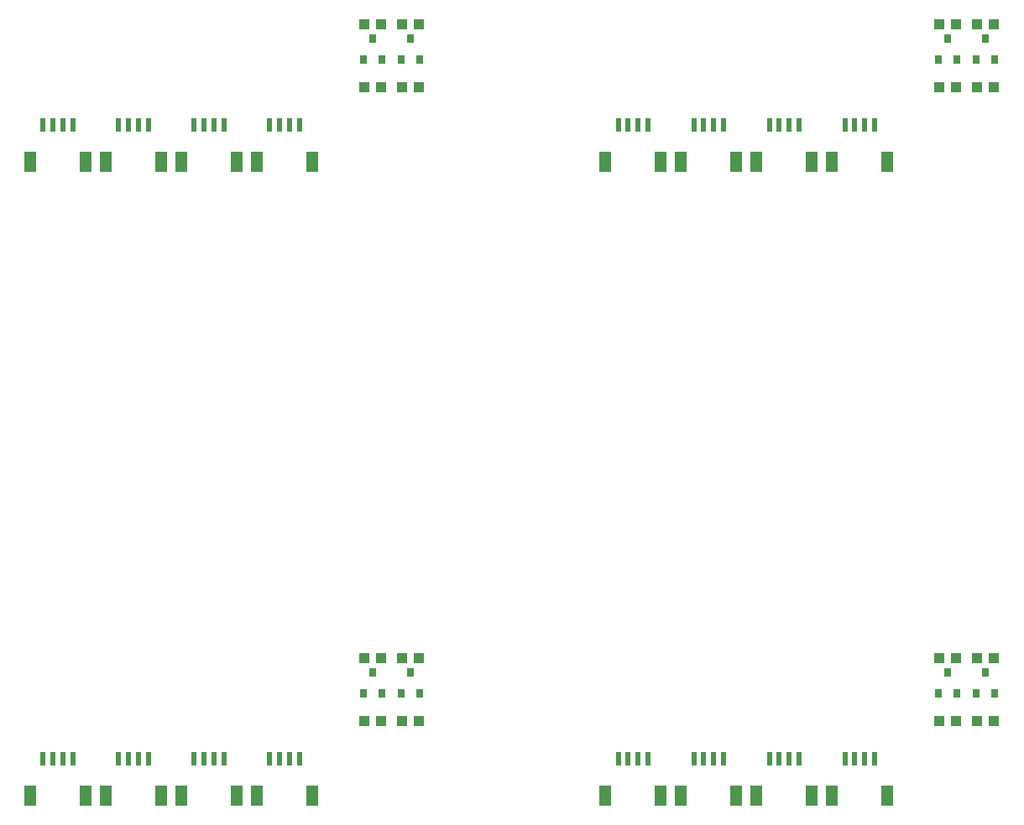
<source format=gtp>
G75*
%MOIN*%
%OFA0B0*%
%FSLAX25Y25*%
%IPPOS*%
%LPD*%
%AMOC8*
5,1,8,0,0,1.08239X$1,22.5*
%
%ADD10R,0.03150X0.03543*%
%ADD11R,0.04331X0.03937*%
%ADD12R,0.04724X0.07874*%
%ADD13R,0.02362X0.05315*%
D10*
X0265670Y0123762D03*
X0273151Y0123762D03*
X0280670Y0123762D03*
X0288151Y0123762D03*
X0284411Y0132030D03*
X0269411Y0132030D03*
X0494017Y0123762D03*
X0501497Y0123762D03*
X0509017Y0123762D03*
X0516497Y0123762D03*
X0512757Y0132030D03*
X0497757Y0132030D03*
X0494017Y0375731D03*
X0501497Y0375731D03*
X0497757Y0383999D03*
X0509017Y0375731D03*
X0516497Y0375731D03*
X0512757Y0383999D03*
X0288151Y0375731D03*
X0284411Y0383999D03*
X0280670Y0375731D03*
X0273151Y0375731D03*
X0265670Y0375731D03*
X0269411Y0383999D03*
D11*
X0272757Y0389668D03*
X0266064Y0389668D03*
X0281064Y0389668D03*
X0287757Y0389668D03*
X0287757Y0364668D03*
X0281064Y0364668D03*
X0272757Y0364668D03*
X0266064Y0364668D03*
X0266064Y0137699D03*
X0272757Y0137699D03*
X0281064Y0137699D03*
X0287757Y0137699D03*
X0287757Y0112699D03*
X0281064Y0112699D03*
X0272757Y0112699D03*
X0266064Y0112699D03*
X0494411Y0112699D03*
X0501104Y0112699D03*
X0509411Y0112699D03*
X0516104Y0112699D03*
X0516104Y0137699D03*
X0509411Y0137699D03*
X0501104Y0137699D03*
X0494411Y0137699D03*
X0494411Y0364668D03*
X0501104Y0364668D03*
X0509411Y0364668D03*
X0516104Y0364668D03*
X0516104Y0389668D03*
X0509411Y0389668D03*
X0501104Y0389668D03*
X0494411Y0389668D03*
D12*
X0133387Y0083231D03*
X0155434Y0083231D03*
X0163387Y0083231D03*
X0185434Y0083231D03*
X0193387Y0083231D03*
X0215434Y0083231D03*
X0223387Y0083231D03*
X0245434Y0083231D03*
X0361733Y0083231D03*
X0383781Y0083231D03*
X0391733Y0083231D03*
X0413781Y0083231D03*
X0421733Y0083231D03*
X0443781Y0083231D03*
X0451733Y0083231D03*
X0473781Y0083231D03*
X0473781Y0335199D03*
X0451733Y0335199D03*
X0443781Y0335199D03*
X0421733Y0335199D03*
X0413781Y0335199D03*
X0391733Y0335199D03*
X0383781Y0335199D03*
X0361733Y0335199D03*
X0245434Y0335199D03*
X0223387Y0335199D03*
X0215434Y0335199D03*
X0193387Y0335199D03*
X0185434Y0335199D03*
X0163387Y0335199D03*
X0155434Y0335199D03*
X0133387Y0335199D03*
D13*
X0138505Y0349668D03*
X0142442Y0349668D03*
X0146379Y0349668D03*
X0150316Y0349668D03*
X0168505Y0349668D03*
X0172442Y0349668D03*
X0176379Y0349668D03*
X0180316Y0349668D03*
X0198505Y0349668D03*
X0202442Y0349668D03*
X0206379Y0349668D03*
X0210316Y0349668D03*
X0228505Y0349668D03*
X0232442Y0349668D03*
X0236379Y0349668D03*
X0240316Y0349668D03*
X0366852Y0349668D03*
X0370789Y0349668D03*
X0374726Y0349668D03*
X0378663Y0349668D03*
X0396852Y0349668D03*
X0400789Y0349668D03*
X0404726Y0349668D03*
X0408663Y0349668D03*
X0426852Y0349668D03*
X0430789Y0349668D03*
X0434726Y0349668D03*
X0438663Y0349668D03*
X0456852Y0349668D03*
X0460789Y0349668D03*
X0464726Y0349668D03*
X0468663Y0349668D03*
X0468663Y0097699D03*
X0464726Y0097699D03*
X0460789Y0097699D03*
X0456852Y0097699D03*
X0438663Y0097699D03*
X0434726Y0097699D03*
X0430789Y0097699D03*
X0426852Y0097699D03*
X0408663Y0097699D03*
X0404726Y0097699D03*
X0400789Y0097699D03*
X0396852Y0097699D03*
X0378663Y0097699D03*
X0374726Y0097699D03*
X0370789Y0097699D03*
X0366852Y0097699D03*
X0240316Y0097699D03*
X0236379Y0097699D03*
X0232442Y0097699D03*
X0228505Y0097699D03*
X0210316Y0097699D03*
X0206379Y0097699D03*
X0202442Y0097699D03*
X0198505Y0097699D03*
X0180316Y0097699D03*
X0176379Y0097699D03*
X0172442Y0097699D03*
X0168505Y0097699D03*
X0150316Y0097699D03*
X0146379Y0097699D03*
X0142442Y0097699D03*
X0138505Y0097699D03*
M02*

</source>
